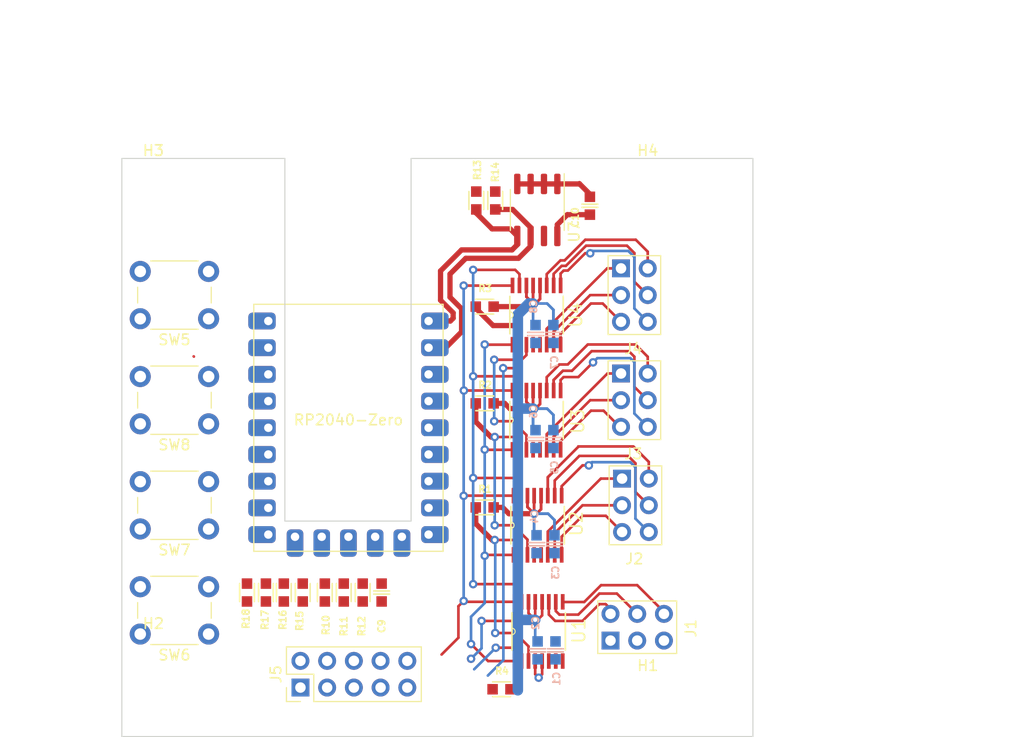
<source format=kicad_pcb>
(kicad_pcb (version 20221018) (generator pcbnew)
  (layers (0 "F.Cu" signal) (31 "B.Cu" signal) (34 "B.Paste" user) (35 "F.Paste" user) (36 "B.SilkS" user "B.Silkscreen") (37 "F.SilkS" user "F.Silkscreen") (38 "B.Mask" user) (39 "F.Mask" user) (44 "Edge.Cuts" user))
  (net 0 "")
  (net 1 "Net-(RZ1-GP29)")
  (net 2 "+3V3")
  (net 3 "Net-(R10-Pad2)")
  (net 4 "GND")
  (net 5 "Net-(RZ1-GP14)")
  (net 6 "Net-(RZ1-GP15)")
  (net 8 "/CPU_RP2040-zero/SPI0_TX")
  (net 9 "/CPU_RP2040-zero/SPI0_RX")
  (net 10 "/CPU_RP2040-zero/SPI0_CS")
  (net 11 "/CPU_RP2040-zero/SPI0_SCK")
  (net 12 "/CPU_RP2040-zero/AD_RDY")
  (net 16 "+5V")
  (net 18 "/advark_connector/SCL")
  (net 19 "Net-(U1-B1)")
  (net 20 "Net-(U1-B2)")
  (net 21 "Net-(U1-W1)")
  (net 22 "Net-(U1-W2)")
  (net 23 "Net-(U1-A1)")
  (net 24 "Net-(U1-A2)")
  (net 25 "Net-(U2-B1)")
  (net 26 "Net-(U2-B2)")
  (net 27 "Net-(U2-W1)")
  (net 28 "Net-(U2-W2)")
  (net 29 "Net-(U2-A1)")
  (net 30 "Net-(U2-A2)")
  (net 31 "Net-(U3-B1)")
  (net 32 "Net-(U3-B2)")
  (net 33 "Net-(U3-W1)")
  (net 34 "Net-(U3-W2)")
  (net 35 "Net-(U3-A1)")
  (net 36 "Net-(U3-A2)")
  (net 37 "Net-(U4-B1)")
  (net 38 "Net-(U4-B2)")
  (net 39 "Net-(U4-W1)")
  (net 40 "Net-(U4-W2)")
  (net 41 "Net-(U4-A1)")
  (net 42 "Net-(U4-A2)")
  (net 43 "/AD5235-1/SDO")
  (net 44 "/AD5235-2/SDO")
  (net 45 "/AD5235-3/SDO")
  (net 46 "/advark_connector/SDA")
  (net 47 "/CPU_RP2040-zero/I2C0_SDA")
  (net 48 "/CPU_RP2040-zero/I2C0_SCL")
  (net 51 "Net-(RZ1-GP26)")
  (net 52 "Net-(RZ1-GP27)")
  (footprint "PCM_4ms_Resistor:R_0603" (layer "F.Cu") (at 97.2 76.3 90)
    (fp_text reference "R15")
    (fp_text value "10k_0603_0.1%" hide)
  )
  (footprint "Button_Switch_THT:SW_PUSH_6mm_H4.3mm" (layer "F.Cu") (at 88.25 80.25 180)
    (fp_text reference "SW6")
    (fp_text value "SW_Push" hide)
  )
  (footprint "PCM_4ms_Capacitor:C_0603" (layer "F.Cu") (at 104.7 76.3 90)
    (fp_text reference "C9")
    (fp_text value "100nF_0603_16V" hide)
  )
  (footprint "Analog:SOP65P640X120-16N" (layer "F.Cu") (at 119.43 49.9 90)
    (fp_text reference "U4")
    (fp_text value "AD5235BRUZ250-R7" hide)
  )
  (footprint "MountingHole:MountingHole_3.2mm_M3_ISO14580" (layer "F.Cu") (at 83 87)
    (fp_text reference "H2")
    (fp_text value "MountingHole" hide)
  )
  (footprint "PCM_4ms_Resistor:R_0603" (layer "F.Cu") (at 99.3 76.3 90)
    (fp_text reference "R10")
    (fp_text value "10k_0603_0.1%" hide)
  )
  (footprint "Analog:SOP65P640X120-16N" (layer "F.Cu") (at 119.53 69.900001 90)
    (fp_text reference "U2")
    (fp_text value "AD5235BRUZ250-R7" hide)
  )
  (footprint "MountingHole:MountingHole_3.2mm_M3_ISO14580" (layer "F.Cu") (at 83 38)
    (fp_text reference "H3")
    (fp_text value "MountingHole" hide)
  )
  (footprint "PCM_4ms_Connector:Pins_2x03_2.54mm_TH" (layer "F.Cu") (at 128.83 68.000001)
    (fp_text reference "J2")
    (fp_text value "Conn_02x03" hide)
  )
  (footprint "PCM_4ms_Capacitor:C_0603" (layer "F.Cu") (at 124.5 39.5 90)
    (fp_text reference "C10")
    (fp_text value "100nF_0603_16V" hide)
  )
  (footprint "PCM_4ms_Resistor:R_0603" (layer "F.Cu") (at 102.9 76.3 90)
    (fp_text reference "R12")
    (fp_text value "10k_0603_0.1%" hide)
  )
  (footprint "PCM_4ms_Connector:Pins_2x03_2.54mm_TH" (layer "F.Cu") (at 129 79.6 90)
    (fp_text reference "J1")
    (fp_text value "Conn_02x03" hide)
  )
  (footprint "PCM_4ms_Resistor:R_0603" (layer "F.Cu") (at 115.5 39 -90)
    (fp_text reference "R14")
    (fp_text value "4.7k_0603" hide)
  )
  (footprint "PCM_4ms_Resistor:R_0603" (layer "F.Cu") (at 95.4 76.3 90)
    (fp_text reference "R16")
    (fp_text value "10k_0603_0.1%" hide)
  )
  (footprint "Button_Switch_THT:SW_PUSH_6mm_H4.3mm" (layer "F.Cu") (at 88.25 50.25 180)
    (fp_text reference "SW5")
    (fp_text value "SW_Push" hide)
  )
  (footprint "PCM_4ms_Resistor:R_0603" (layer "F.Cu") (at 93.7 76.3 90)
    (fp_text reference "R17")
    (fp_text value "10k_0603_0.1%" hide)
  )
  (footprint "PCM_4ms_Resistor:R_0603" (layer "F.Cu") (at 114.5 49.1 180)
    (fp_text reference "R3")
    (fp_text value "2.2k_0603" hide)
  )
  (footprint "PCM_4ms_Resistor:R_0603" (layer "F.Cu") (at 91.9 76.3 90)
    (fp_text reference "R18")
    (fp_text value "10k_0603_0.1%" hide)
  )
  (footprint "MountingHole:MountingHole_3.2mm_M3_ISO14580" (layer "F.Cu") (at 130 38)
    (fp_text reference "H4")
    (fp_text value "MountingHole" hide)
  )
  (footprint "PCM_4ms_Resistor:R_0603" (layer "F.Cu") (at 116.1 85.5 180)
    (fp_text reference "R4")
    (fp_text value "2.2k_0603" hide)
  )
  (footprint "Button_Switch_THT:SW_PUSH_6mm_H4.3mm" (layer "F.Cu") (at 88.25 60.25 180)
    (fp_text reference "SW8")
    (fp_text value "SW_Push" hide)
  )
  (footprint "Analog:SOP65P640X120-16N" (layer "F.Cu") (at 119.63 80 90)
    (fp_text reference "U1")
    (fp_text value "AD5235BRUZ250-R7" hide)
  )
  (footprint "PCM_4ms_Resistor:R_0603" (layer "F.Cu") (at 113.7 39 -90)
    (fp_text reference "R13")
    (fp_text value "4.7k_0603" hide)
  )
  (footprint "PCM_4ms_Connector:Pins_2x03_2.54mm_TH" (layer "F.Cu") (at 128.73 48)
    (fp_text reference "J4")
    (fp_text value "Conn_02x03" hide)
  )
  (footprint "PCM_4ms_Resistor:R_0603" (layer "F.Cu") (at 101.1 76.3 -90)
    (fp_text reference "R11")
    (fp_text value "10k_0603_0.1%" hide)
  )
  (footprint "Package_SO:SOIC-8_3.9x4.9mm_P1.27mm" (layer "F.Cu") (at 119.5 39.9 -90)
    (fp_text reference "U7")
    (fp_text value "M24C02-WMN" hide)
  )
  (footprint "PCM_4ms_Resistor:R_0603" (layer "F.Cu") (at 114.5 58.3 180)
    (fp_text reference "R2")
    (fp_text value "2.2k_0603" hide)
  )
  (footprint "Button_Switch_THT:SW_PUSH_6mm_H4.3mm" (layer "F.Cu") (at 88.25 70.25 180)
    (fp_text reference "SW7")
    (fp_text value "SW_Push" hide)
  )
  (footprint "Boards:RP2040-Zero" (layer "F.Cu") (at 91.385 73.325)
    (fp_text reference "RZ1")
    (fp_text value "RP2040-Zero")
  )
  (footprint "PCM_4ms_Connector:Pins_2x03_2.54mm_TH" (layer "F.Cu") (at 128.73 58.000001)
    (fp_text reference "J3")
    (fp_text value "Conn_02x03" hide)
  )
  (footprint "Connector_PinHeader_2.54mm:PinHeader_2x05_P2.54mm_Vertical" (layer "F.Cu") (at 96.98 85.34 90)
    (fp_text reference "J5")
    (fp_text value "Conn_02x05_Odd_Even" hide)
  )
  (footprint "MountingHole:MountingHole_3.2mm_M3_ISO14580" (layer "F.Cu") (at 130 87)
    (fp_text reference "H1")
    (fp_text value "MountingHole" hide)
  )
  (footprint "PCM_4ms_Resistor:R_0603" (layer "F.Cu") (at 114.5 68.2 180)
    (fp_text reference "R1")
    (fp_text value "2.2k_0603" hide)
  )
  (footprint "Analog:SOP65P640X120-16N" (layer "F.Cu") (at 119.43 59.900001 90)
    (fp_text reference "U3")
    (fp_text value "AD5235BRUZ250-R7" hide)
  )
  (footprint "PCM_4ms_Capacitor:C_0603" (layer "B.Cu") (at 121.03 61.700001 -90)
    (fp_text reference "C5")
    (fp_text value "100nF_0603_16V" hide)
  )
  (footprint "PCM_4ms_Capacitor:C_0603" (layer "B.Cu") (at 119.330001 51.7 -90)
    (fp_text reference "C8")
    (fp_text value "1uF_0603_25V" hide)
  )
  (footprint "PCM_4ms_Capacitor:C_0603" (layer "B.Cu") (at 119.330001 61.700001 -90)
    (fp_text reference "C6")
    (fp_text value "1uF_0603_25V" hide)
  )
  (footprint "PCM_4ms_Capacitor:C_0603" (layer "B.Cu") (at 121.23 81.8 -90)
    (fp_text reference "C1")
    (fp_text value "100nF_0603_16V" hide)
  )
  (footprint "PCM_4ms_Capacitor:C_0603" (layer "B.Cu") (at 121.03 51.7 -90)
    (fp_text reference "C7")
    (fp_text value "100nF_0603_16V" hide)
  )
  (footprint "PCM_4ms_Capacitor:C_0603" (layer "B.Cu") (at 119.430001 71.700001 -90)
    (fp_text reference "C4")
    (fp_text value "1uF_0603_25V" hide)
  )
  (footprint "PCM_4ms_Capacitor:C_0603" (layer "B.Cu") (at 121.13 71.700001 -90)
    (fp_text reference "C3")
    (fp_text value "100nF_0603_16V" hide)
  )
  (footprint "PCM_4ms_Capacitor:C_0603" (layer "B.Cu") (at 119.53 81.8 -90)
    (fp_text reference "C2")
    (fp_text value "1uF_0603_25V" hide)
  )
  (gr_line (start 95.5 35) (end 80 35) (stroke (width 0.1)) (layer "Edge.Cuts"))
  (gr_line (start 80 35) (end 80 90) (stroke (width 0.1)) (layer "Edge.Cuts"))
  (gr_line (start 95.5 69.5) (end 95.5 35) (stroke (width 0.1)) (layer "Edge.Cuts"))
  (gr_line (start 80 90) (end 140 90) (stroke (width 0.1)) (layer "Edge.Cuts"))
  (gr_line (start 107.5 69.5) (end 107.5 35) (stroke (width 0.1)) (layer "Edge.Cuts"))
  (gr_line (start 95.5 69.5) (end 107.5 69.5) (stroke (width 0.1)) (layer "Edge.Cuts"))
  (gr_line (start 140 90) (end 140 35) (stroke (width 0.1)) (layer "Edge.Cuts"))
  (gr_line (start 140 35) (end 107.5 35) (stroke (width 0.1)) (layer "Edge.Cuts"))
  (segment (start 121.405 41.295) (end 122.35 40.35) (width 0.5) (layer "F.Cu") (net 2))
  (segment (start 121.405 42.375) (end 121.405 41.295) (width 0.5) (layer "F.Cu") (net 2))
  (segment (start 122.35 40.35) (end 124.5 40.35) (width 0.5) (layer "F.Cu") (net 2))
  (segment (start 119.9602 84.0698) (end 119.63 84.4) (width 0.25) (layer "F.Cu") (net 4))
  (segment (start 119.2998 84.0698) (end 119.63 84.4) (width 0.25) (layer "F.Cu") (net 4))
  (segment (start 124.5 38.4) (end 124.5 38.65) (width 0.5) (layer "F.Cu") (net 4))
  (segment (start 119.2998 82.8194) (end 119.2998 84.0698) (width 0.25) (layer "F.Cu") (net 4))
  (segment (start 117.595 37.425) (end 123.475 37.425) (width 0.5) (layer "F.Cu") (net 4))
  (segment (start 123.5 37.4) (end 124.5 38.4) (width 0.5) (layer "F.Cu") (net 4))
  (segment (start 123.475 37.425) (end 123.5 37.4) (width 0.5) (layer "F.Cu") (net 4))
  (segment (start 119.9602 82.8194) (end 119.9602 84.0698) (width 0.25) (layer "F.Cu") (net 4))
  (via (at 119.63 84.4) (size 0.8) (drill 0.4) (layers "F.Cu" "B.Cu") (net 4))
  (segment (start 117.2208 54.95) (end 116.25 54.95) (width 0.25) (layer "F.Cu") (net 8))
  (segment (start 118.4648 52.7194) (end 118.4648 53.706) (width 0.25) (layer "F.Cu") (net 8))
  (segment (start 116.25 54.95) (end 116.3 54.95) (width 0.25) (layer "F.Cu") (net 8))
  (segment (start 118.4648 53.706) (end 117.2208 54.95) (width 0.25) (layer "F.Cu") (net 8))
  (via (at 116.25 54.95) (size 0.8) (drill 0.4) (layers "F.Cu" "B.Cu") (net 8))
  (segment (start 116.25 54.95) (end 116.275 54.975) (width 0.25) (layer "B.Cu") (net 8))
  (segment (start 116.275 54.975) (end 116.275 82.725) (width 0.25) (layer "B.Cu") (net 8))
  (segment (start 116.275 82.725) (end 114.8 84.2) (width 0.25) (layer "B.Cu") (net 8))
  (segment (start 117.7216 81.55) (end 115.55 81.55) (width 0.25) (layer "F.Cu") (net 9))
  (segment (start 118.0044 82.8194) (end 118.0044 81.8328) (width 0.25) (layer "F.Cu") (net 9))
  (segment (start 118.0044 81.8328) (end 117.7216 81.55) (width 0.25) (layer "F.Cu") (net 9))
  (via (at 115.55 81.55) (size 0.8) (drill 0.4) (layers "F.Cu" "B.Cu") (net 9))
  (segment (start 115.55 81.55) (end 113.5 83.6) (width 0.25) (layer "B.Cu") (net 9))
  (segment (start 113.4 75.5) (end 117.6 75.5) (width 0.25) (layer "F.Cu") (net 10))
  (segment (start 118.0044 75.9044) (end 118.0044 77.1806) (width 0.25) (layer "F.Cu") (net 10))
  (segment (start 113 82.8) (end 113.2 82.6) (width 0.25) (layer "F.Cu") (net 10))
  (segment (start 117.352799 55.725) (end 117.8044 56.176601) (width 0.25) (layer "F.Cu") (net 10))
  (segment (start 113.4 45.6) (end 117.4 45.6) (width 0.25) (layer "F.Cu") (net 10))
  (segment (start 117.210399 65.4) (end 117.9044 66.094001) (width 0.25) (layer "F.Cu") (net 10))
  (segment (start 113.375 55.725) (end 113.2 55.9) (width 0.25) (layer "F.Cu") (net 10))
  (segment (start 117.8044 46.0044) (end 117.8044 47.0806) (width 0.25) (layer "F.Cu") (net 10))
  (segment (start 113.4 55.725) (end 113.375 55.725) (width 0.25) (layer "F.Cu") (net 10))
  (segment (start 118.0044 77.1806) (end 118.0044 78.3956) (width 0.25) (layer "F.Cu") (net 10))
  (segment (start 117.8044 56.176601) (end 117.8044 57.080601) (width 0.25) (layer "F.Cu") (net 10))
  (segment (start 117.9044 66.094001) (end 117.9044 67.080601) (width 0.25) (layer "F.Cu") (net 10))
  (segment (start 117.4 79) (end 114.2 79) (width 0.25) (layer "F.Cu") (net 10))
  (segment (start 113.4 65.4) (end 117.210399 65.4) (width 0.25) (layer "F.Cu") (net 10))
  (segment (start 117.4 45.6) (end 117.8044 46.0044) (width 0.25) (layer "F.Cu") (net 10))
  (segment (start 118.0044 78.3956) (end 117.4 79) (width 0.25) (layer "F.Cu") (net 10))
  (segment (start 113.4 55.725) (end 117.352799 55.725) (width 0.25) (layer "F.Cu") (net 10))
  (segment (start 117.6 75.5) (end 118.0044 75.9044) (width 0.25) (layer "F.Cu") (net 10))
  (via (at 113.4 55.725) (size 0.8) (drill 0.4) (layers "F.Cu" "B.Cu") (net 10))
  (via (at 114.2 79) (size 0.8) (drill 0.4) (layers "F.Cu" "B.Cu") (net 10))
  (via (at 113.2 82.6) (size 0.8) (drill 0.4) (layers "F.Cu" "B.Cu") (net 10))
  (via (at 113.4 75.5) (size 0.8) (drill 0.4) (layers "F.Cu" "B.Cu") (net 10))
  (via (at 113.4 65.4) (size 0.8) (drill 0.4) (layers "F.Cu" "B.Cu") (net 10))
  (via (at 113.4 45.6) (size 0.8) (drill 0.4) (layers "F.Cu" "B.Cu") (net 10))
  (segment (start 114.2 79) (end 114.2 81.6) (width 0.25) (layer "B.Cu") (net 10))
  (segment (start 113.4 75.5) (end 113.4 55.725) (width 0.25) (layer "B.Cu") (net 10))
  (segment (start 114.2 81.6) (end 113.2 82.6) (width 0.25) (layer "B.Cu") (net 10))
  (segment (start 113.4 45.6) (end 113.4 55.725) (width 0.25) (layer "B.Cu") (net 10))
  (segment (start 114.8194 82.8194) (end 117.344 82.8194) (width 0.25) (layer "F.Cu") (net 11))
  (segment (start 114.580599 72.719401) (end 117.244 72.719401) (width 0.25) (layer "F.Cu") (net 11))
  (segment (start 113.2 81.2) (end 114.8194 82.8194) (width 0.25) (layer "F.Cu") (net 11))
  (segment (start 114.5 72.8) (end 114.580599 72.719401) (width 0.25) (layer "F.Cu") (net 11))
  (segment (start 114.519401 62.719401) (end 117.144 62.719401) (width 0.25) (layer "F.Cu") (net 11))
  (segment (start 114.5194 52.7194) (end 114.5 52.7) (width 0.25) (layer "F.Cu") (net 11))
  (segment (start 114.5 62.7) (end 114.519401 62.719401) (width 0.25) (layer "F.Cu") (net 11))
  (segment (start 117.144 52.7194) (end 114.5194 52.7194) (width 0.25) (layer "F.Cu") (net 11))
  (via (at 113.2 81.2) (size 0.8) (drill 0.4) (layers "F.Cu" "B.Cu") (net 11))
  (via (at 114.5 52.7) (size 0.8) (drill 0.4) (layers "F.Cu" "B.Cu") (net 11))
  (via (at 114.5 72.8) (size 0.8) (drill 0.4) (layers "F.Cu" "B.Cu") (net 11))
  (via (at 114.5 62.7) (size 0.8) (drill 0.4) (layers "F.Cu" "B.Cu") (net 11))
  (segment (start 114.5 77.3) (end 114.5 72.8) (width 0.25) (layer "B.Cu") (net 11))
  (segment (start 114.5 62.7) (end 114.5 72.8) (width 0.25) (layer "B.Cu") (net 11))
  (segment (start 113.2 81.2) (end 113.2 78.6) (width 0.25) (layer "B.Cu") (net 11))
  (segment (start 113.2 78.6) (end 114.5 77.3) (width 0.25) (layer "B.Cu") (net 11))
  (segment (start 114.5 52.7) (end 114.5 62.7) (width 0.25) (layer "B.Cu") (net 11))
  (segment (start 112.519399 67.080601) (end 112.5 67.1) (width 0.25) (layer "F.Cu") (net 12))
  (segment (start 117.244 67.080601) (end 112.519399 67.080601) (width 0.25) (layer "F.Cu") (net 12))
  (segment (start 117.144 47.0806) (end 117.1246 47.1) (width 0.25) (layer "F.Cu") (net 12))
  (segment (start 112.519399 57.080601) (end 117.144 57.080601) (width 0.25) (layer "F.Cu") (net 12))
  (segment (start 112.5806 77.1806) (end 112.5 77.1) (width 0.25) (layer "F.Cu") (net 12))
  (segment (start 117.1246 47.1) (end 112.5 47.1) (width 0.25) (layer "F.Cu") (net 12))
  (segment (start 112 80.6) (end 110.4 82.2) (width 0.25) (layer "F.Cu") (net 12))
  (segment (start 112.5 77.1) (end 112 77.6) (width 0.25) (layer "F.Cu") (net 12))
  (segment (start 86.8306 53.8306) (end 86.85 53.85) (width 0.25) (layer "F.Cu") (net 12))
  (segment (start 112 77.6) (end 112 80.6) (width 0.25) (layer "F.Cu") (net 12))
  (segment (start 117.344 77.1806) (end 112.5806 77.1806) (width 0.25) (layer "F.Cu") (net 12))
  (via (at 112.519399 57.080601) (size 0.8) (drill 0.4) (layers "F.Cu" "B.Cu") (net 12))
  (via (at 112.5 77.1) (size 0.8) (drill 0.4) (layers "F.Cu" "B.Cu") (net 12))
  (via (at 112.5 67.1) (size 0.8) (drill 0.4) (layers "F.Cu" "B.Cu") (net 12))
  (via (at 112.5 47.1) (size 0.8) (drill 0.4) (layers "F.Cu" "B.Cu") (net 12))
  (segment (start 112.5 47.1) (end 112.5 57.061202) (width 0.25) (layer "B.Cu") (net 12))
  (segment (start 112.519399 57.080601) (end 112.5 57.1) (width 0.25) (layer "B.Cu") (net 12))
  (segment (start 112.5 57.061202) (end 112.519399 57.080601) (width 0.25) (layer "B.Cu") (net 12))
  (segment (start 112.5 67.1) (end 112.5 77.1) (width 0.25) (layer "B.Cu") (net 12))
  (segment (start 112.5 57.1) (end 112.5 67.1) (width 0.25) (layer "B.Cu") (net 12))
  (segment (start 119.0998 58.800001) (end 118.4648 58.165001) (width 0.25) (layer "F.Cu") (net 16))
  (segment (start 119.1998 68.800001) (end 119.43 68.800001) (width 0.25) (layer "F.Cu") (net 16))
  (segment (start 119.0998 48.8) (end 119.0998 47.0806) (width 0.25) (layer "F.Cu") (net 16))
  (segment (start 119.0998 58.800001) (end 119.0998 57.080601) (width 0.25) (layer "F.Cu") (net 16))
  (segment (start 119.1998 68.800001) (end 118.5648 68.165001) (width 0.25) (layer "F.Cu") (net 16))
  (segment (start 119.2998 78.9) (end 119.2998 77.1806) (width 0.25) (layer "F.Cu") (net 16))
  (segment (start 119.7602 58.369801) (end 119.7602 57.080601) (width 0.25) (layer "F.Cu") (net 16))
  (segment (start 118.4648 48.165) (end 118.4648 47.0806) (width 0.25) (layer "F.Cu") (net 16))
  (segment (start 118.4648 48.165) (end 118.4648 47.0806) (width 0.25) (layer "F.Cu") (net 16))
  (segment (start 115.35 58.3) (end 116.4 58.3) (width 0.5) (layer "F.Cu") (net 16))
  (segment (start 119.0998 48.8) (end 118.4648 48.165) (width 0.25) (layer "F.Cu") (net 16))
  (segment (start 119.7602 48.3698) (end 119.7602 47.0806) (width 0.25) (layer "F.Cu") (net 16))
  (segment (start 115.35 49.1) (end 118.7998 49.1) (width 0.5) (layer "F.Cu") (net 16))
  (segment (start 116.4 58.3) (end 116.9 58.8) (width 0.5) (layer "F.Cu") (net 16))
  (segment (start 118.4648 58.165001) (end 118.4648 57.080601) (width 0.25) (layer "F.Cu") (net 16))
  (segment (start 116.2 68.2) (end 116.8 68.8) (width 0.5) (layer "F.Cu") (net 16))
  (segment (start 118.7998 49.1) (end 119.0998 48.8) (width 0.5) (layer "F.Cu") (net 16))
  (segment (start 118.999801 58.9) (end 119.0998 58.800001) (width 0.25) (layer "F.Cu") (net 16))
  (segment (start 119.0998 58.800001) (end 119.33 58.800001) (width 0.25) (layer "F.Cu") (net 16))
  (segment (start 119.33 58.800001) (end 119.7602 58.369801) (width 0.25) (layer "F.Cu") (net 16))
  (segment (start 119.0998 58.800001) (end 119.0998 57.080601) (width 0.25) (layer "F.Cu") (net 16))
  (segment (start 119.1998 68.800001) (end 119.1998 67.080601) (width 0.25) (layer "F.Cu") (net 16))
  (segment (start 119.1998 68.800001) (end 119.43 68.800001) (width 0.25) (layer "F.Cu") (net 16))
  (segment (start 119.33 48.8) (end 119.7602 48.3698) (width 0.25) (layer "F.Cu") (net 16))
  (segment (start 119.0998 48.8) (end 119.33 48.8) (width 0.25) (layer "F.Cu") (net 16))
  (segment (start 119.0998 48.8) (end 119.0998 47.0806) (width 0.25) (layer "F.Cu") (net 16))
  (segment (start 119.7602 58.369801) (end 119.7602 57.080601) (width 0.25) (layer "F.Cu") (net 16))
  (segment (start 118.6648 78.265) (end 118.6648 77.1806) (width 0.25) (layer "F.Cu") (net 16))
  (segment (start 119.9602 78.4698) (end 119.9602 77.1806) (width 0.25) (layer "F.Cu") (net 16))
  (segment (start 119.33 58.800001) (end 119.7602 58.369801) (width 0.25) (layer "F.Cu") (net 16))
  (segment (start 119.2998 78.9) (end 119.53 78.9) (width 0.25) (layer "F.Cu") (net 16))
  (segment (start 116.8 68.8) (end 119.1998 68.800001) (width 0.5) (layer "F.Cu") (net 16))
  (segment (start 119.43 68.800001) (end 119.8602 68.369801) (width 0.25) (layer "F.Cu") (net 16))
  (segment (start 118.5648 68.165001) (end 118.5648 67.080601) (width 0.25) (layer "F.Cu") (net 16))
  (segment (start 119.8602 68.369801) (end 119.8602 67.080601) (width 0.25) (layer "F.Cu") (net 16))
  (segment (start 119.7602 48.3698) (end 119.7602 47.0806) (width 0.25) (layer "F.Cu") (net 16))
  (segment (start 119.33 48.8) (end 119.7602 48.3698) (width 0.25) (layer "F.Cu") (net 16))
  (segment (start 119.43 68.800001) (end 119.8602 68.369801) (width 0.25) (layer "F.Cu") (net 16))
  (segment (start 119.1998 68.800001) (end 119.1998 67.080601) (width 0.25) (layer "F.Cu") (net 16))
  (segment (start 119.0998 48.8) (end 119.33 48.8) (width 0.25) (layer "F.Cu") (net 16))
  (segment (start 118.4648 58.165001) (end 118.4648 57.080601) (width 0.25) (layer "F.Cu") (net 16))
  (segment (start 119.0998 58.800001) (end 119.33 58.800001) (width 0.25) (layer "F.Cu") (net 16))
  (segment (start 119.53 78.9) (end 119.9602 78.4698) (width 0.25) (layer "F.Cu") (net 16))
  (segment (start 116.9 58.8) (end 119.0998 58.800001) (width 0.5) (layer "F.Cu") (net 16))
  (segment (start 119.0998 58.800001) (end 118.4648 58.165001) (width 0.25) (layer "F.Cu") (net 16))
  (segment (start 119.8602 68.369801) (end 119.8602 67.080601) (width 0.25) (layer "F.Cu") (net 16))
  (segment (start 119.0998 48.8) (end 118.4648 48.165) (width 0.25) (layer "F.Cu") (net 16))
  (segment (start 119.2998 78.9) (end 118.6648 78.265) (width 0.25) (layer "F.Cu") (net 16))
  (segment (start 119.1998 68.800001) (end 118.5648 68.165001) (width 0.25) (layer "F.Cu") (net 16))
  (segment (start 115.35 68.2) (end 116.2 68.2) (width 0.5) (layer "F.Cu") (net 16))
  (segment (start 118.5648 68.165001) (end 118.5648 67.080601) (width 0.25) (layer "F.Cu") (net 16))
  (via (at 119.0998 48.8) (size 0.8) (drill 0.4) (layers "F.Cu" "B.Cu") (net 16))
  (via (at 119.0998 58.800001) (size 0.8) (drill 0.4) (layers "F.Cu" "B.Cu") (net 16))
  (via (at 119.2998 78.9) (size 0.8) (drill 0.4) (layers "F.Cu" "B.Cu") (net 16))
  (via (at 119.0998 58.800001) (size 0.8) (drill 0.4) (layers "F.Cu" "B.Cu") (net 16))
  (via (at 119.1998 68.800001) (size 0.8) (drill 0.4) (layers "F.Cu" "B.Cu") (net 16))
  (via (at 119.0998 48.8) (size 0.8) (drill 0.4) (layers "F.Cu" "B.Cu") (net 16))
  (via (at 119.1998 68.800001) (size 0.8) (drill 0.4) (layers "F.Cu" "B.Cu") (net 16))
  (segment (start 119.0998 48.8) (end 119.0998 50.6198) (width 0.25) (layer "B.Cu") (net 16))
  (segment (start 117.65 79.2) (end 117.95 78.9) (width 1) (layer "B.Cu") (net 16))
  (segment (start 119.1998 68.800001) (end 120.53 68.800001) (width 0.25) (layer "B.Cu") (net 16))
  (segment (start 121.13 69.400001) (end 121.13 70.850001) (width 0.25) (layer "B.Cu") (net 16))
  (segment (start 119.0998 48.8) (end 118.7 48.8) (width 1) (layer "B.Cu") (net 16))
  (segment (start 120.43 58.800001) (end 121.03 59.400001) (width 0.25) (layer "B.Cu") (net 16))
  (segment (start 121.03 59.400001) (end 121.03 60.850001) (width 0.25) (layer "B.Cu") (net 16))
  (segment (start 120.53 68.800001) (end 121.13 69.400001) (width 0.25) (layer "B.Cu") (net 16))
  (segment (start 119.0998 60.619801) (end 119.33 60.850001) (width 0.25) (layer "B.Cu") (net 16))
  (segment (start 119.0998 48.8) (end 120.43 48.8) (width 0.25) (layer "B.Cu") (net 16))
  (segment (start 120.43 58.800001) (end 121.03 59.400001) (width 0.25) (layer "B.Cu") (net 16))
  (segment (start 117.65 79.2) (end 117.65 85.6) (width 1) (layer "B.Cu") (net 16))
  (segment (start 119.0998 50.6198) (end 119.33 50.85) (width 0.25) (layer "B.Cu") (net 16))
  (segment (start 119.1998 70.619801) (end 119.43 70.850001) (width 0.25) (layer "B.Cu") (net 16))
  (segment (start 119.1998 68.800001) (end 119.1998 70.619801) (width 0.25) (layer "B.Cu") (net 16))
  (segment (start 119.0998 60.619801) (end 119.33 60.850001) (width 0.25) (layer "B.Cu") (net 16))
  (segment (start 119.2998 80.7198) (end 119.53 80.95) (width 0.25) (layer "B.Cu") (net 16))
  (segment (start 117.65 49.85) (end 117.65 58.8) (width 1) (layer "B.Cu") (net 16))
  (segment (start 121.03 49.4) (end 121.03 50.85) (width 0.25) (layer "B.Cu") (net 16))
  (segment (start 121.13 69.400001) (end 121.13 70.850001) (width 0.25) (layer "B.Cu") (net 16))
  (segment (start 119.0998 50.6198) (end 119.33 50.85) (width 0.25) (layer "B.Cu") (net 16))
  (segment (start 117.95 78.9) (end 119.2998 78.9) (width 1) (layer "B.Cu") (net 16))
  (segment (start 119.0998 58.800001) (end 119.0998 60.619801) (width 0.25) (layer "B.Cu") (net 16))
  (segment (start 120.43 48.8) (end 121.03 49.4) (width 0.25) (layer "B.Cu") (net 16))
  (segment (start 117.65 58.8) (end 117.65 79.2) (width 1) (layer "B.Cu") (net 16))
  (segment (start 120.43 48.8) (end 121.03 49.4) (width 0.25) (layer "B.Cu") (net 16))
  (segment (start 119.1998 68.800001) (end 120.53 68.800001) (width 0.25) (layer "B.Cu") (net 16))
  (segment (start 119.0998 58.800001) (end 120.43 58.800001) (width 0.25) (layer "B.Cu") (net 16))
  (segment (start 119.2998 78.9) (end 119.2998 80.7198) (width 0.25) (layer "B.Cu") (net 16))
  (segment (start 118.7 48.8) (end 117.65 49.85) (width 1) (layer "B.Cu") (net 16))
  (segment (start 121.03 49.4) (end 121.03 50.85) (width 0.25) (layer "B.Cu") (net 16))
  (segment (start 117.65 58.8) (end 119.099799 58.8) (width 1) (layer "B.Cu") (net 16))
  (segment (start 119.099799 58.8) (end 119.0998 58.800001) (width 1) (layer "B.Cu") (net 16))
  (segment (start 121.03 59.400001) (end 121.03 60.850001) (width 0.25) (layer "B.Cu") (net 16))
  (segment (start 119.1998 68.800001) (end 119.1998 70.619801) (width 0.25) (layer "B.Cu") (net 16))
  (segment (start 120.53 68.800001) (end 121.13 69.400001) (width 0.25) (layer "B.Cu") (net 16))
  (segment (start 119.0998 58.800001) (end 120.43 58.800001) (width 0.25) (layer "B.Cu") (net 16))
  (segment (start 119.1998 70.619801) (end 119.43 70.850001) (width 0.25) (layer "B.Cu") (net 16))
  (segment (start 119.0998 58.800001) (end 119.0998 60.619801) (width 0.25) (layer "B.Cu") (net 16))
  (segment (start 125.563604 75.6) (end 129 75.6) (width 0.25) (layer "F.Cu") (net 20))
  (segment (start 121.9354 77.2) (end 123.963604 77.2) (width 0.25) (layer "F.Cu") (net 20))
  (segment (start 121.916 77.1806) (end 121.9354 77.2) (width 0.25) (layer "F.Cu") (net 20))
  (segment (start 123.963604 77.2) (end 125.563604 75.6) (width 0.25) (layer "F.Cu") (net 20))
  (segment (start 129 75.6) (end 131.54 78.14) (width 0.25) (layer "F.Cu") (net 20))
  (segment (start 131.54 78.14) (end 131.54 78.33) (width 0.25) (layer "F.Cu") (net 20))
  (segment (start 121.6 78.4) (end 123.4 78.4) (width 0.25) (layer "F.Cu") (net 22))
  (segment (start 125.4 76.4) (end 127.07 76.4) (width 0.25) (layer "F.Cu") (net 22))
  (segment (start 121.2556 78.0556) (end 121.6 78.4) (width 0.25) (layer "F.Cu") (net 22))
  (segment (start 121.2556 77.1806) (end 121.2556 78.0556) (width 0.25) (layer "F.Cu") (net 22))
  (segment (start 127.07 76.4) (end 129 78.33) (width 0.25) (layer "F.Cu") (net 22))
  (segment (start 123.4 78.4) (end 125.4 76.4) (width 0.25) (layer "F.Cu") (net 22))
  (segment (start 123.8 79) (end 125.4 77.4) (width 0.25) (layer "F.Cu") (net 24))
  (segment (start 121.2 79) (end 123.8 79) (width 0.25) (layer "F.Cu") (net 24))
  (segment (start 120.5952 77.1806) (end 120.5952 78.3952) (width 0.25) (layer "F.Cu") (net 24))
  (segment (start 126 77.4) (end 126.46 77.86) (width 0.25) (layer "F.Cu") (net 24))
  (segment (start 125.4 77.4) (end 126 77.4) (width 0.25) (layer "F.Cu") (net 24))
  (segment (start 120.5952 78.3952) (end 121.2 79) (width 0.25) (layer "F.Cu") (net 24))
  (segment (start 126.46 77.86) (end 126.46 78.33) (width 0.25) (layer "F.Cu") (net 24))
  (segment (start 123.8 69) (end 121.816 70.984) (width 0.25) (layer "F.Cu") (net 25))
  (segment (start 121.816 70.984) (end 121.816 72.719401) (width 0.25) (layer "F.Cu") (net 25))
  (segment (start 126.019999 69) (end 123.8 69) (width 0.25) (layer "F.Cu") (net 25))
  (segment (start 127.56 70.540001) (end 126.019999 69) (width 0.25) (layer "F.Cu") (net 25))
  (segment (start 124.4 64.2) (end 123.8 64.2) (width 0.25) (layer "F.Cu") (net 26))
  (segment (start 121.816 66.184) (end 121.816 67.080601) (width 0.25) (layer "F.Cu") (net 26))
  (segment (start 123.8 64.2) (end 121.816 66.184) (width 0.25) (layer "F.Cu") (net 26))
  (via (at 124.4 64.2) (size 0.8) (drill 0.4) (layers "F.Cu" "B.Cu") (net 26))
  (via (at 124.4 64.2) (size 0.8) (drill 0.4) (layers "F.Cu" "B.Cu") (net 26))
  (segment (start 128.83 69.270002) (end 130.1 70.540002) (width 0.25) (layer "B.Cu") (net 26))
  (segment (start 124.4 64.2) (end 124.699998 63.900002) (width 0.25) (layer "B.Cu") (net 26))
  (segment (start 128.83 64.380002) (end 128.83 69.270002) (width 0.25) (layer "B.Cu") (net 26))
  (segment (start 128.35 63.900002) (end 128.83 64.380002) (width 0.25) (layer "B.Cu") (net 26))
  (segment (start 124.699998 63.900002) (end 128.35 63.900002) (width 0.25) (layer "B.Cu") (net 26))
  (segment (start 123.799999 68.000001) (end 127.56 68.000001) (width 0.25) (layer "F.Cu") (net 27))
  (segment (start 121.1556 70.6444) (end 123.799999 68.000001) (width 0.25) (layer "F.Cu") (net 27))
  (segment (start 121.1556 72.719401) (end 121.1556 70.6444) (width 0.25) (layer "F.Cu") (net 27))
  (segment (start 121.1556 65.6444) (end 123.499998 63.300002) (width 0.25) (layer "F.Cu") (net 28))
  (segment (start 128.83 66.730002) (end 130.1 68.000002) (width 0.25) (layer "F.Cu") (net 28))
  (segment (start 128.83 64.000002) (end 128.83 66.730002) (width 0.25) (layer "F.Cu") (net 28))
  (segment (start 121.1556 67.080601) (end 121.1556 65.6444) (width 0.25) (layer "F.Cu") (net 28))
  (segment (start 123.499998 63.300002) (end 128.13 63.300002) (width 0.25) (layer "F.Cu") (net 28))
  (segment (start 128.13 63.300002) (end 128.83 64.000002) (width 0.25) (layer "F.Cu") (net 28))
  (segment (start 125.539999 65.460001) (end 120.4952 70.5048) (width 0.25) (layer "F.Cu") (net 29))
  (segment (start 127.56 65.460002) (end 127.56 65.770002) (width 0.25) (layer "F.Cu") (net 29))
  (segment (start 127.56 65.460001) (end 125.539999 65.460001) (width 0.25) (layer "F.Cu") (net 29))
  (segment (start 127.56 65.460002) (end 127.56 65.770002) (width 0.25) (layer "F.Cu") (net 29))
  (segment (start 120.4952 70.5048) (end 120.4952 72.719401) (width 0.25) (layer "F.Cu") (net 29))
  (segment (start 128.629998 62.4) (end 130.1 63.870002) (width 0.25) (layer "F.Cu") (net 30))
  (segment (start 123.4 62.430001) (end 123.4 62.4) (width 0.25) (layer "F.Cu") (net 30))
  (segment (start 130.1 63.870002) (end 130.1 65.460002) (width 0.25) (layer "F.Cu") (net 30))
  (segment (start 123.4 62.4) (end 128.629998 62.4) (width 0.25) (layer "F.Cu") (net 30))
  (segment (start 121.13 64.700001) (end 120.4952 65.334801) (width 0.25) (layer "F.Cu") (net 30))
  (segment (start 120.4952 67.080601) (end 120.4952 65.334801) (width 0.25) (layer "F.Cu") (net 30))
  (segment (start 120.4952 65.334801) (end 120.4952 67.080601) (width 0.25) (layer "F.Cu") (net 30))
  (segment (start 120.4952 65.334801) (end 123.4 62.430001) (width 0.25) (layer "F.Cu") (net 30))
  (segment (start 127.46 60.66) (end 125.8 59) (width 0.25) (layer "F.Cu") (net 31))
  (segment (start 121.716 61.884) (end 121.716 62.719401) (width 0.25) (layer "F.Cu") (net 31))
  (segment (start 125.8 59) (end 124.6 59) (width 0.25) (layer "F.Cu") (net 31))
  (segment (start 124.6 59) (end 121.716 61.884) (width 0.25) (layer "F.Cu") (net 31))
  (segment (start 121.716 57.080601) (end 121.716 56.084) (width 0.25) (layer "F.Cu") (net 32))
  (segment (start 121.716 56.084) (end 122 55.8) (width 0.25) (layer "F.Cu") (net 32))
  (segment (start 121.716 56.814001) (end 121.716 57.080601) (width 0.25) (layer "F.Cu") (net 32))
  (segment (start 123.4 55.8) (end 124.8 54.4) (width 0.25) (layer "F.Cu") (net 32))
  (segment (start 122 55.8) (end 123.4 55.8) (width 0.25) (layer "F.Cu") (net 32))
  (via (at 124.8 54.4) (size 0.8) (drill 0.4) (layers "F.Cu" "B.Cu") (net 32))
  (segment (start 128.73 54.380002) (end 128.349998 54) (width 0.25) (layer "B.Cu") (net 32))
  (segment (start 130 60.540002) (end 128.73 59.270002) (width 0.25) (layer "B.Cu") (net 32))
  (segment (start 128.349998 54) (end 125.2 54) (width 0.25) (layer "B.Cu") (net 32))
  (segment (start 128.73 59.270002) (end 128.73 54.380002) (width 0.25) (layer "B.Cu") (net 32))
  (segment (start 124.8 54.4) (end 124.8 54.2) (width 0.25) (layer "B.Cu") (net 32))
  (segment (start 125.2 54) (end 124.8 54.4) (width 0.25) (layer "B.Cu") (net 32))
  (segment (start 124.53 58.000001) (end 127.46 58.000001) (width 0.25) (layer "F.Cu") (net 33))
  (segment (start 121.23 61.300001) (end 121.0556 61.474401) (width 0.25) (layer "F.Cu") (net 33))
  (segment (start 121.0556 61.474401) (end 121.0556 62.719401) (width 0.25) (layer "F.Cu") (net 33))
  (segment (start 121.0556 61.474401) (end 121.0556 62.719401) (width 0.25) (layer "F.Cu") (net 33))
  (segment (start 121.0556 61.474401) (end 124.53 58.000001) (width 0.25) (layer "F.Cu") (net 33))
  (segment (start 121.0556 57.080601) (end 121.0556 56.074401) (width 0.25) (layer "F.Cu") (net 34))
  (segment (start 121.930001 55.2) (end 121.0556 56.074401) (width 0.25) (layer "F.Cu") (net 34))
  (segment (start 128.73 53.865001) (end 128.2 53.335001) (width 0.25) (layer "F.Cu") (net 34))
  (segment (start 128.2 53.335001) (end 124.664999 53.335001) (width 0.25) (layer "F.Cu") (net 34))
  (segment (start 121.0556 56.074401) (end 121.0556 57.080601) (width 0.25) (layer "F.Cu") (net 34))
  (segment (start 130 58.000002) (end 128.73 56.730002) (width 0.25) (layer "F.Cu") (net 34))
  (segment (start 128.73 56.730002) (end 128.73 53.865001) (width 0.25) (layer "F.Cu") (net 34))
  (segment (start 122.8 55.2) (end 121.930001 55.2) (width 0.25) (layer "F.Cu") (net 34))
  (segment (start 124.664999 53.335001) (end 122.8 55.2) (width 0.25) (layer "F.Cu") (net 34))
  (segment (start 121.0556 56.074401) (end 121.83 55.300001) (width 0.25) (layer "F.Cu") (net 34))
  (segment (start 120.3952 61.234801) (end 120.3952 62.719401) (width 0.25) (layer "F.Cu") (net 35))
  (segment (start 127.46 55.460001) (end 126.17 55.460001) (width 0.25) (layer "F.Cu") (net 35))
  (segment (start 126.17 55.460001) (end 120.3952 61.234801) (width 0.25) (layer "F.Cu") (net 35))
  (segment (start 127.46 55.460002) (end 127.46 55.770002) (width 0.25) (layer "F.Cu") (net 35))
  (segment (start 124.299998 52.700002) (end 122.4 54.6) (width 0.25) (layer "F.Cu") (net 36))
  (segment (start 128.83 52.700002) (end 124.299998 52.700002) (width 0.25) (layer "F.Cu") (net 36))
  (segment (start 130 55.460002) (end 130 53.870002) (width 0.25) (layer "F.Cu") (net 36))
  (segment (start 120.3952 55.8048) (end 120.3952 57.080601) (width 0.25) (layer "F.Cu") (net 36))
  (segment (start 121.6 54.6) (end 120.3952 55.8048) (width 0.25) (layer "F.Cu") (net 36))
  (segment (start 130 53.870002) (end 128.83 52.700002) (width 0.25) (layer "F.Cu") (net 36))
  (segment (start 122.4 54.6) (end 121.6 54.6) (width 0.25) (layer "F.Cu") (net 36))
  (segment (start 125.72 48.8) (end 124.6 48.8) (width 0.25) (layer "F.Cu") (net 37))
  (segment (start 127.46 50.54) (end 125.72 48.8) (width 0.25) (layer "F.Cu") (net 37))
  (segment (start 124.6 48.8) (end 121.716 51.684) (width 0.25) (layer "F.Cu") (net 37))
  (segment (start 121.716 51.684) (end 121.716 52.7194) (width 0.25) (layer "F.Cu") (net 37))
  (segment (start 121.716 45.956792) (end 121.716 46.814) (width 0.25) (layer "F.Cu") (net 38))
  (segment (start 121.716 46.814) (end 121.716 47.0806) (width 0.25) (layer "F.Cu") (net 38))
  (segment (start 124.047791 44.025001) (end 122.404594 45.668198) (width 0.25) (layer "F.Cu") (net 38))
  (segment (start 122.404594 45.668198) (end 122.004594 45.668198) (width 0.25) (layer "F.Cu") (net 38))
  (segment (start 124.504999 44.025001) (end 124.047791 44.025001) (width 0.25) (layer "F.Cu") (net 38))
  (segment (start 122.004594 45.668198) (end 121.716 45.956792) (width 0.25) (layer "F.Cu") (net 38))
  (segment (start 121.716 46.814) (end 121.716 47.0806) (width 0.25) (layer "F.Cu") (net 38))
  (via (at 124.53 44.025001) (size 0.8) (drill 0.4) (layers "F.Cu" "B.Cu") (net 38))
  (segment (start 128.149999 43.8) (end 128.73 44.380001) (width 0.25) (layer "B.Cu") (net 38))
  (segment (start 124.53 44.025001) (end 124.755001 43.8) (width 0.25) (layer "B.Cu") (net 38))
  (segment (start 128.73 44.380001) (end 128.73 49.270001) (width 0.25) (layer "B.Cu") (net 38))
  (segment (start 124.755001 43.8) (end 128.149999 43.8) (width 0.25) (layer "B.Cu") (net 38))
  (segment (start 128.73 49.270001) (end 130 50.540001) (width 0.25) (layer "B.Cu") (net 38))
  (segment (start 121.0556 51.4744) (end 121.0556 52.7194) (width 0.25) (layer "F.Cu") (net 39))
  (segment (start 127.46 48.000001) (end 124.53 48) (width 0.25) (layer "F.Cu") (net 39))
  (segment (start 124.53 48) (end 121.0556 51.4744) (width 0.25) (layer "F.Cu") (net 39))
  (segment (start 121.23 51.3) (end 121.0556 51.4744) (width 0.25) (layer "F.Cu") (net 39))
  (segment (start 121.0556 51.4744) (end 121.0556 52.7194) (width 0.25) (layer "F.Cu") (net 39))
  (segment (start 128.03 43.300001) (end 128.73 44.000001) (width 0.25) (layer "F.Cu") (net 40))
  (segment (start 121.0556 47.0806) (end 121.0556 45.980796) (width 0.25) (layer "F.Cu") (net 40))
  (segment (start 128.73 44.000001) (end 128.73 46.730001) (width 0.25) (layer "F.Cu") (net 40))
  (segment (start 121.0556 45.980796) (end 121.818198 45.218198) (width 0.25) (layer "F.Cu") (net 40))
  (segment (start 122.218198 45.218198) (end 124.136395 43.300001) (width 0.25) (layer "F.Cu") (net 40))
  (segment (start 128.73 46.730001) (end 130 48.000001) (width 0.25) (layer "F.Cu") (net 40))
  (segment (start 124.136395 43.300001) (end 128.03 43.300001) (width 0.25) (layer "F.Cu") (net 40))
  (segment (start 121.818198 45.218198) (end 122.218198 45.218198) (width 0.25) (layer "F.Cu") (net 40))
  (segment (start 121.0556 47.0806) (end 121.0556 46.0744) (width 0.25) (layer "F.Cu") (net 40))
  (segment (start 126.14 45.46) (end 127.46 45.46) (width 0.25) (layer "F.Cu") (net 41))
  (segment (start 121.23 50.4) (end 120.3952 51.2348) (width 0.25) (layer "F.Cu") (net 41))
  (segment (start 120.3952 52.7194) (end 120.3952 51.2048) (width 0.25) (layer "F.Cu") (net 41))
  (segment (start 127.46 45.460001) (end 127.46 45.770001) (width 0.25) (layer "F.Cu") (net 41))
  (segment (start 120.3952 51.2348) (end 120.3952 52.7194) (width 0.25) (layer "F.Cu") (net 41))
  (segment (start 120.3952 51.2048) (end 126.14 45.46) (width 0.25) (layer "F.Cu") (net 41))
  (segment (start 127.46 45.460001) (end 127.46 45.770001) (width 0.25) (layer "F.Cu") (net 41))
  (segment (start 130 43.870002) (end 128.864999 42.735001) (width 0.25) (layer "F.Cu") (net 42))
  (segment (start 120.3952 47.0806) (end 120.3952 46.0048) (width 0.25) (layer "F.Cu") (net 42))
  (segment (start 120.3952 46.0048) (end 121.7 44.7) (width 0.25) (layer "F.Cu") (net 42))
  (segment (start 130 45.460001) (end 130 43.870002) (width 0.25) (layer "F.Cu") (net 42))
  (segment (start 122.1 44.7) (end 124.064999 42.735001) (width 0.25) (layer "F.Cu") (net 42))
  (segment (start 124.064999 42.735001) (end 128.864999 42.735001) (width 0.25) (layer "F.Cu") (net 42))
  (segment (start 121.7 44.7) (end 122.1 44.7) (width 0.25) (layer "F.Cu") (net 42))
  (segment (start 117.9044 71.732801) (end 117.471599 71.3) (width 0.25) (layer "F.Cu") (net 43))
  (segment (start 115.2 71.3) (end 115.45 71.3) (width 0.5) (layer "F.Cu") (net 43))
  (segment (start 118.6648 81.4148) (end 118.6648 82.8194) (width 0.25) (layer "F.Cu") (net 43))
  (segment (start 115.5 80.15) (end 117.4 80.15) (width 0.25) (layer "F.Cu") (net 43))
  (segment (start 117.4 80.15) (end 118.6648 81.4148) (width 0.25) (layer "F.Cu") (net 43))
  (segment (start 113.65 68.2) (end 113.65 69.75) (width 0.5) (layer "F.Cu") (net 43))
  (segment (start 117.471599 71.3) (end 115.45 71.3) (width 0.25) (layer "F.Cu") (net 43))
  (segment (start 113.65 69.75) (end 115.2 71.3) (width 0.5) (layer "F.Cu") (net 43))
  (segment (start 115.45 71.3) (end 115.5 71.3) (width 0.25) (layer "F.Cu") (net 43))
  (segment (start 117.9044 72.719401) (end 117.9044 71.732801) (width 0.25) (layer "F.Cu") (net 43))
  (via (at 115.45 71.3) (size 0.8) (drill 0.4) (layers "F.Cu" "B.Cu") (net 43))
  (via (at 115.5 80.15) (size 0.8) (drill 0.4) (layers "F.Cu" "B.Cu") (net 43))
  (segment (start 115.5 71.35) (end 115.45 71.3) (width 0.25) (layer "B.Cu") (net 43))
  (segment (start 115.5 80.15) (end 115.5 71.35) (width 0.25) (layer "B.Cu") (net 43))
  (segment (start 118.5648 71.2648) (end 118.5648 72.719401) (width 0.25) (layer "F.Cu") (net 44))
  (segment (start 115.45 61.5) (end 117.488999 61.5) (width 0.25) (layer "F.Cu") (net 44))
  (segment (start 117.8044 61.815401) (end 117.8044 62.719401) (width 0.25) (layer "F.Cu") (net 44))
  (segment (start 113.65 60.05) (end 115.1 61.5) (width 0.5) (layer "F.Cu") (net 44))
  (segment (start 115.45 69.9) (end 115.35 69.9) (width 0.25) (layer "F.Cu") (net 44))
  (segment (start 115.45 69.9) (end 117.2 69.9) (width 0.25) (layer "F.Cu") (net 44))
  (segment (start 115.1 61.5) (end 115.45 61.5) (width 0.5) (layer "F.Cu") (net 44))
  (segment (start 117.2 69.9) (end 118.5648 71.2648) (width 0.25) (layer "F.Cu") (net 44))
  (segment (start 113.65 58.3) (end 113.65 60.05) (width 0.5) (layer "F.Cu") (net 44))
  (segment (start 117.488999 61.5) (end 117.8044 61.815401) (width 0.25) (layer "F.Cu") (net 44))
  (via (at 115.45 61.5) (size 0.8) (drill 0.4) (layers "F.Cu" "B.Cu") (net 44))
  (via (at 115.45 69.9) (size 0.8) (drill 0.4) (layers "F.Cu" "B.Cu") (net 44))
  (segment (start 115.45 61.5) (end 115.45 69.9) (width 0.25) (layer "B.Cu") (net 44))
  (segment (start 118.4648 61.3148) (end 117.15 60) (width 0.25) (layer "F.Cu") (net 45))
  (segment (start 117.8044 53.6234) (end 117.2778 54.15) (width 0.25) (layer "F.Cu") (net 45))
  (segment (start 118.4648 62.719401) (end 118.4648 61.3148) (width 0.25) (layer "F.Cu") (net 45))
  (segment (start 115.3 50.9) (end 117.2216 50.9) (width 0.5) (layer "F.Cu") (net 45))
  (segment (start 117.8044 52.7194) (end 117.8044 53.6234) (width 0.25) (layer "F.Cu") (net 45))
  (segment (start 117.2778 54.15) (end 115.4 54.15) (width 0.25) (layer "F.Cu") (net 45))
  (segment (start 117.8044 51.4828) (end 117.8044 52.7194) (width 0.5) (layer "F.Cu") (net 45))
  (segment (start 117.15 60) (end 115.4 60) (width 0.25) (layer "F.Cu") (net 45))
  (segment (start 117.2216 50.9) (end 117.8044 51.4828) (width 0.5) (layer "F.Cu") (net 45))
  (segment (start 113.65 49.25) (end 115.3 50.9) (width 0.5) (layer "F.Cu") (net 45))
  (segment (start 113.65 49.1) (end 113.65 49.25) (width 0.5) (layer "F.Cu") (net 45))
  (via (at 115.4 54.15) (size 0.8) (drill 0.4) (layers "F.Cu" "B.Cu") (net 45))
  (via (at 115.4 60) (size 0.8) (drill 0.4) (layers "F.Cu" "B.Cu") (net 45))
  (segment (start 115.4 60) (end 115.4 54.15) (width 0.25) (layer "B.Cu") (net 45))
  (segment (start 115.4 54.15) (end 115.4 54.65) (width 0.25) (layer "B.Cu") (net 45))
  (segment (start 111.235 50.465) (end 111.5 50.2) (width 0.5) (layer "F.Cu") (net 47))
  (segment (start 115.2 41.7) (end 113.7 40.2) (width 0.5) (layer "F.Cu") (net 47))
  (segment (start 111.5 50.2) (end 111.5 49.689949) (width 0.5) (layer "F.Cu") (net 47))
  (segment (start 117.1 43.7) (end 117.595 43.205) (width 0.5) (layer "F.Cu") (net 47))
  (segment (start 110.3 48.489949) (end 110.3 45.7) (width 0.5) (layer "F.Cu") (net 47))
  (segment (start 113.7 40.2) (end 113.7 39.85) (width 0.5) (layer "F.Cu") (net 47))
  (segment (start 117.595 43.205) (end 117.595 42.375) (width 0.5) (layer "F.Cu") (net 47))
  (segment (start 117.595 42.375) (end 116.92 41.7) (width 0.5) (layer "F.Cu") (net 47))
  (segment (start 109.165 50.465) (end 111.235 50.465) (width 0.5) (layer "F.Cu") (net 47))
  (segment (start 110.3 45.7) (end 112.3 43.7) (width 0.5) (layer "F.Cu") (net 47))
  (segment (start 111.5 49.689949) (end 110.3 48.489949) (width 0.5) (layer "F.Cu") (net 47))
  (segment (start 116.92 41.7) (end 115.2 41.7) (width 0.5) (layer "F.Cu") (net 47))
  (segment (start 112.3 43.7) (end 117.1 43.7) (width 0.5) (layer "F.Cu") (net 47))
  (segment (start 112.3 49.3) (end 111.2 48.2) (width 0.5) (layer "F.Cu") (net 48))
  (segment (start 110.795 53.005) (end 112.3 51.5) (width 0.5) (layer "F.Cu") (net 48))
  (segment (start 111.2 46) (end 112.7 44.5) (width 0.5) (layer "F.Cu") (net 48))
  (segment (start 109.165 53.005) (end 110.795 53.005) (width 0.5) (layer "F.Cu") (net 48))
  (segment (start 111.2 48.2) (end 111.2 46) (width 0.5) (layer "F.Cu") (net 48))
  (segment (start 118.865 41.565) (end 117.15 39.85) (width 0.5) (layer "F.Cu") (net 48))
  (segment (start 117.15 39.85) (end 115.5 39.85) (width 0.5) (layer "F.Cu") (net 48))
  (segment (start 112.7 44.5) (end 117.714999 44.5) (width 0.5) (layer "F.Cu") (net 48))
  (segment (start 117.714999 44.5) (end 118.865 43.349999) (width 0.5) (layer "F.Cu") (net 48))
  (segment (start 112.3 51.5) (end 112.3 49.3) (width 0.5) (layer "F.Cu") (net 48))
  (segment (start 118.865 42.375) (end 118.865 41.565) (width 0.5) (layer "F.Cu") (net 48))
  (segment (start 118.865 43.349999) (end 118.865 42.375) (width 0.5) (layer "F.Cu") (net 48))
)
</source>
